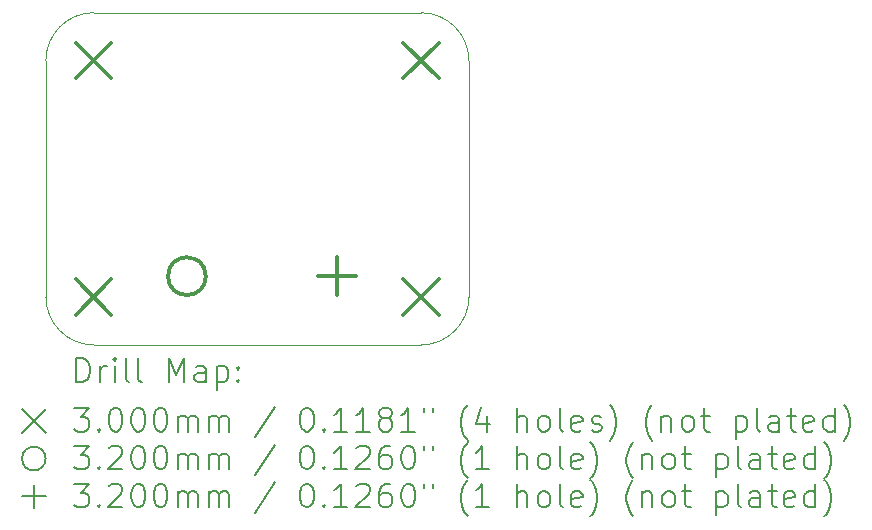
<source format=gbr>
%TF.GenerationSoftware,KiCad,Pcbnew,7.0.5*%
%TF.CreationDate,2023-06-28T23:37:25-05:00*%
%TF.ProjectId,JoystickBoard,4a6f7973-7469-4636-9b42-6f6172642e6b,rev?*%
%TF.SameCoordinates,Original*%
%TF.FileFunction,Drillmap*%
%TF.FilePolarity,Positive*%
%FSLAX45Y45*%
G04 Gerber Fmt 4.5, Leading zero omitted, Abs format (unit mm)*
G04 Created by KiCad (PCBNEW 7.0.5) date 2023-06-28 23:37:25*
%MOMM*%
%LPD*%
G01*
G04 APERTURE LIST*
%ADD10C,0.050000*%
%ADD11C,0.200000*%
%ADD12C,0.300000*%
%ADD13C,0.320000*%
G04 APERTURE END LIST*
D10*
X13258800Y-11068050D02*
G75*
G03*
X13665200Y-11474450I406400J0D01*
G01*
X16840200Y-9067800D02*
X16840200Y-11068050D01*
X13258800Y-11068050D02*
X13258800Y-9067800D01*
X16433800Y-11474450D02*
X13665200Y-11474450D01*
X13665200Y-8661400D02*
G75*
G03*
X13258800Y-9067800I0J-406400D01*
G01*
X16433800Y-8661400D02*
X13665200Y-8661400D01*
X16840200Y-9067800D02*
G75*
G03*
X16433800Y-8661400I-406400J0D01*
G01*
X16433800Y-11474450D02*
G75*
G03*
X16840200Y-11068050I0J406400D01*
G01*
D11*
D12*
X13513800Y-8917800D02*
X13813800Y-9217800D01*
X13813800Y-8917800D02*
X13513800Y-9217800D01*
X13513800Y-10917800D02*
X13813800Y-11217800D01*
X13813800Y-10917800D02*
X13513800Y-11217800D01*
X16283800Y-8917800D02*
X16583800Y-9217800D01*
X16583800Y-8917800D02*
X16283800Y-9217800D01*
X16283800Y-10917800D02*
X16583800Y-11217800D01*
X16583800Y-10917800D02*
X16283800Y-11217800D01*
D13*
X14612908Y-10892282D02*
G75*
G03*
X14612908Y-10892282I-160000J0D01*
G01*
X15722908Y-10732282D02*
X15722908Y-11052282D01*
X15562908Y-10892282D02*
X15882908Y-10892282D01*
D11*
X13517077Y-11788434D02*
X13517077Y-11588434D01*
X13517077Y-11588434D02*
X13564696Y-11588434D01*
X13564696Y-11588434D02*
X13593267Y-11597958D01*
X13593267Y-11597958D02*
X13612315Y-11617005D01*
X13612315Y-11617005D02*
X13621839Y-11636053D01*
X13621839Y-11636053D02*
X13631362Y-11674148D01*
X13631362Y-11674148D02*
X13631362Y-11702719D01*
X13631362Y-11702719D02*
X13621839Y-11740815D01*
X13621839Y-11740815D02*
X13612315Y-11759862D01*
X13612315Y-11759862D02*
X13593267Y-11778910D01*
X13593267Y-11778910D02*
X13564696Y-11788434D01*
X13564696Y-11788434D02*
X13517077Y-11788434D01*
X13717077Y-11788434D02*
X13717077Y-11655100D01*
X13717077Y-11693196D02*
X13726601Y-11674148D01*
X13726601Y-11674148D02*
X13736124Y-11664624D01*
X13736124Y-11664624D02*
X13755172Y-11655100D01*
X13755172Y-11655100D02*
X13774220Y-11655100D01*
X13840886Y-11788434D02*
X13840886Y-11655100D01*
X13840886Y-11588434D02*
X13831362Y-11597958D01*
X13831362Y-11597958D02*
X13840886Y-11607481D01*
X13840886Y-11607481D02*
X13850410Y-11597958D01*
X13850410Y-11597958D02*
X13840886Y-11588434D01*
X13840886Y-11588434D02*
X13840886Y-11607481D01*
X13964696Y-11788434D02*
X13945648Y-11778910D01*
X13945648Y-11778910D02*
X13936124Y-11759862D01*
X13936124Y-11759862D02*
X13936124Y-11588434D01*
X14069458Y-11788434D02*
X14050410Y-11778910D01*
X14050410Y-11778910D02*
X14040886Y-11759862D01*
X14040886Y-11759862D02*
X14040886Y-11588434D01*
X14298029Y-11788434D02*
X14298029Y-11588434D01*
X14298029Y-11588434D02*
X14364696Y-11731291D01*
X14364696Y-11731291D02*
X14431362Y-11588434D01*
X14431362Y-11588434D02*
X14431362Y-11788434D01*
X14612315Y-11788434D02*
X14612315Y-11683672D01*
X14612315Y-11683672D02*
X14602791Y-11664624D01*
X14602791Y-11664624D02*
X14583743Y-11655100D01*
X14583743Y-11655100D02*
X14545648Y-11655100D01*
X14545648Y-11655100D02*
X14526601Y-11664624D01*
X14612315Y-11778910D02*
X14593267Y-11788434D01*
X14593267Y-11788434D02*
X14545648Y-11788434D01*
X14545648Y-11788434D02*
X14526601Y-11778910D01*
X14526601Y-11778910D02*
X14517077Y-11759862D01*
X14517077Y-11759862D02*
X14517077Y-11740815D01*
X14517077Y-11740815D02*
X14526601Y-11721767D01*
X14526601Y-11721767D02*
X14545648Y-11712243D01*
X14545648Y-11712243D02*
X14593267Y-11712243D01*
X14593267Y-11712243D02*
X14612315Y-11702719D01*
X14707553Y-11655100D02*
X14707553Y-11855100D01*
X14707553Y-11664624D02*
X14726601Y-11655100D01*
X14726601Y-11655100D02*
X14764696Y-11655100D01*
X14764696Y-11655100D02*
X14783743Y-11664624D01*
X14783743Y-11664624D02*
X14793267Y-11674148D01*
X14793267Y-11674148D02*
X14802791Y-11693196D01*
X14802791Y-11693196D02*
X14802791Y-11750338D01*
X14802791Y-11750338D02*
X14793267Y-11769386D01*
X14793267Y-11769386D02*
X14783743Y-11778910D01*
X14783743Y-11778910D02*
X14764696Y-11788434D01*
X14764696Y-11788434D02*
X14726601Y-11788434D01*
X14726601Y-11788434D02*
X14707553Y-11778910D01*
X14888505Y-11769386D02*
X14898029Y-11778910D01*
X14898029Y-11778910D02*
X14888505Y-11788434D01*
X14888505Y-11788434D02*
X14878982Y-11778910D01*
X14878982Y-11778910D02*
X14888505Y-11769386D01*
X14888505Y-11769386D02*
X14888505Y-11788434D01*
X14888505Y-11664624D02*
X14898029Y-11674148D01*
X14898029Y-11674148D02*
X14888505Y-11683672D01*
X14888505Y-11683672D02*
X14878982Y-11674148D01*
X14878982Y-11674148D02*
X14888505Y-11664624D01*
X14888505Y-11664624D02*
X14888505Y-11683672D01*
X13056300Y-12016950D02*
X13256300Y-12216950D01*
X13256300Y-12016950D02*
X13056300Y-12216950D01*
X13498029Y-12008434D02*
X13621839Y-12008434D01*
X13621839Y-12008434D02*
X13555172Y-12084624D01*
X13555172Y-12084624D02*
X13583743Y-12084624D01*
X13583743Y-12084624D02*
X13602791Y-12094148D01*
X13602791Y-12094148D02*
X13612315Y-12103672D01*
X13612315Y-12103672D02*
X13621839Y-12122719D01*
X13621839Y-12122719D02*
X13621839Y-12170338D01*
X13621839Y-12170338D02*
X13612315Y-12189386D01*
X13612315Y-12189386D02*
X13602791Y-12198910D01*
X13602791Y-12198910D02*
X13583743Y-12208434D01*
X13583743Y-12208434D02*
X13526601Y-12208434D01*
X13526601Y-12208434D02*
X13507553Y-12198910D01*
X13507553Y-12198910D02*
X13498029Y-12189386D01*
X13707553Y-12189386D02*
X13717077Y-12198910D01*
X13717077Y-12198910D02*
X13707553Y-12208434D01*
X13707553Y-12208434D02*
X13698029Y-12198910D01*
X13698029Y-12198910D02*
X13707553Y-12189386D01*
X13707553Y-12189386D02*
X13707553Y-12208434D01*
X13840886Y-12008434D02*
X13859934Y-12008434D01*
X13859934Y-12008434D02*
X13878982Y-12017958D01*
X13878982Y-12017958D02*
X13888505Y-12027481D01*
X13888505Y-12027481D02*
X13898029Y-12046529D01*
X13898029Y-12046529D02*
X13907553Y-12084624D01*
X13907553Y-12084624D02*
X13907553Y-12132243D01*
X13907553Y-12132243D02*
X13898029Y-12170338D01*
X13898029Y-12170338D02*
X13888505Y-12189386D01*
X13888505Y-12189386D02*
X13878982Y-12198910D01*
X13878982Y-12198910D02*
X13859934Y-12208434D01*
X13859934Y-12208434D02*
X13840886Y-12208434D01*
X13840886Y-12208434D02*
X13821839Y-12198910D01*
X13821839Y-12198910D02*
X13812315Y-12189386D01*
X13812315Y-12189386D02*
X13802791Y-12170338D01*
X13802791Y-12170338D02*
X13793267Y-12132243D01*
X13793267Y-12132243D02*
X13793267Y-12084624D01*
X13793267Y-12084624D02*
X13802791Y-12046529D01*
X13802791Y-12046529D02*
X13812315Y-12027481D01*
X13812315Y-12027481D02*
X13821839Y-12017958D01*
X13821839Y-12017958D02*
X13840886Y-12008434D01*
X14031362Y-12008434D02*
X14050410Y-12008434D01*
X14050410Y-12008434D02*
X14069458Y-12017958D01*
X14069458Y-12017958D02*
X14078982Y-12027481D01*
X14078982Y-12027481D02*
X14088505Y-12046529D01*
X14088505Y-12046529D02*
X14098029Y-12084624D01*
X14098029Y-12084624D02*
X14098029Y-12132243D01*
X14098029Y-12132243D02*
X14088505Y-12170338D01*
X14088505Y-12170338D02*
X14078982Y-12189386D01*
X14078982Y-12189386D02*
X14069458Y-12198910D01*
X14069458Y-12198910D02*
X14050410Y-12208434D01*
X14050410Y-12208434D02*
X14031362Y-12208434D01*
X14031362Y-12208434D02*
X14012315Y-12198910D01*
X14012315Y-12198910D02*
X14002791Y-12189386D01*
X14002791Y-12189386D02*
X13993267Y-12170338D01*
X13993267Y-12170338D02*
X13983743Y-12132243D01*
X13983743Y-12132243D02*
X13983743Y-12084624D01*
X13983743Y-12084624D02*
X13993267Y-12046529D01*
X13993267Y-12046529D02*
X14002791Y-12027481D01*
X14002791Y-12027481D02*
X14012315Y-12017958D01*
X14012315Y-12017958D02*
X14031362Y-12008434D01*
X14221839Y-12008434D02*
X14240886Y-12008434D01*
X14240886Y-12008434D02*
X14259934Y-12017958D01*
X14259934Y-12017958D02*
X14269458Y-12027481D01*
X14269458Y-12027481D02*
X14278982Y-12046529D01*
X14278982Y-12046529D02*
X14288505Y-12084624D01*
X14288505Y-12084624D02*
X14288505Y-12132243D01*
X14288505Y-12132243D02*
X14278982Y-12170338D01*
X14278982Y-12170338D02*
X14269458Y-12189386D01*
X14269458Y-12189386D02*
X14259934Y-12198910D01*
X14259934Y-12198910D02*
X14240886Y-12208434D01*
X14240886Y-12208434D02*
X14221839Y-12208434D01*
X14221839Y-12208434D02*
X14202791Y-12198910D01*
X14202791Y-12198910D02*
X14193267Y-12189386D01*
X14193267Y-12189386D02*
X14183743Y-12170338D01*
X14183743Y-12170338D02*
X14174220Y-12132243D01*
X14174220Y-12132243D02*
X14174220Y-12084624D01*
X14174220Y-12084624D02*
X14183743Y-12046529D01*
X14183743Y-12046529D02*
X14193267Y-12027481D01*
X14193267Y-12027481D02*
X14202791Y-12017958D01*
X14202791Y-12017958D02*
X14221839Y-12008434D01*
X14374220Y-12208434D02*
X14374220Y-12075100D01*
X14374220Y-12094148D02*
X14383743Y-12084624D01*
X14383743Y-12084624D02*
X14402791Y-12075100D01*
X14402791Y-12075100D02*
X14431363Y-12075100D01*
X14431363Y-12075100D02*
X14450410Y-12084624D01*
X14450410Y-12084624D02*
X14459934Y-12103672D01*
X14459934Y-12103672D02*
X14459934Y-12208434D01*
X14459934Y-12103672D02*
X14469458Y-12084624D01*
X14469458Y-12084624D02*
X14488505Y-12075100D01*
X14488505Y-12075100D02*
X14517077Y-12075100D01*
X14517077Y-12075100D02*
X14536124Y-12084624D01*
X14536124Y-12084624D02*
X14545648Y-12103672D01*
X14545648Y-12103672D02*
X14545648Y-12208434D01*
X14640886Y-12208434D02*
X14640886Y-12075100D01*
X14640886Y-12094148D02*
X14650410Y-12084624D01*
X14650410Y-12084624D02*
X14669458Y-12075100D01*
X14669458Y-12075100D02*
X14698029Y-12075100D01*
X14698029Y-12075100D02*
X14717077Y-12084624D01*
X14717077Y-12084624D02*
X14726601Y-12103672D01*
X14726601Y-12103672D02*
X14726601Y-12208434D01*
X14726601Y-12103672D02*
X14736124Y-12084624D01*
X14736124Y-12084624D02*
X14755172Y-12075100D01*
X14755172Y-12075100D02*
X14783743Y-12075100D01*
X14783743Y-12075100D02*
X14802791Y-12084624D01*
X14802791Y-12084624D02*
X14812315Y-12103672D01*
X14812315Y-12103672D02*
X14812315Y-12208434D01*
X15202791Y-11998910D02*
X15031363Y-12256053D01*
X15459934Y-12008434D02*
X15478982Y-12008434D01*
X15478982Y-12008434D02*
X15498029Y-12017958D01*
X15498029Y-12017958D02*
X15507553Y-12027481D01*
X15507553Y-12027481D02*
X15517077Y-12046529D01*
X15517077Y-12046529D02*
X15526601Y-12084624D01*
X15526601Y-12084624D02*
X15526601Y-12132243D01*
X15526601Y-12132243D02*
X15517077Y-12170338D01*
X15517077Y-12170338D02*
X15507553Y-12189386D01*
X15507553Y-12189386D02*
X15498029Y-12198910D01*
X15498029Y-12198910D02*
X15478982Y-12208434D01*
X15478982Y-12208434D02*
X15459934Y-12208434D01*
X15459934Y-12208434D02*
X15440886Y-12198910D01*
X15440886Y-12198910D02*
X15431363Y-12189386D01*
X15431363Y-12189386D02*
X15421839Y-12170338D01*
X15421839Y-12170338D02*
X15412315Y-12132243D01*
X15412315Y-12132243D02*
X15412315Y-12084624D01*
X15412315Y-12084624D02*
X15421839Y-12046529D01*
X15421839Y-12046529D02*
X15431363Y-12027481D01*
X15431363Y-12027481D02*
X15440886Y-12017958D01*
X15440886Y-12017958D02*
X15459934Y-12008434D01*
X15612315Y-12189386D02*
X15621839Y-12198910D01*
X15621839Y-12198910D02*
X15612315Y-12208434D01*
X15612315Y-12208434D02*
X15602791Y-12198910D01*
X15602791Y-12198910D02*
X15612315Y-12189386D01*
X15612315Y-12189386D02*
X15612315Y-12208434D01*
X15812315Y-12208434D02*
X15698029Y-12208434D01*
X15755172Y-12208434D02*
X15755172Y-12008434D01*
X15755172Y-12008434D02*
X15736125Y-12037005D01*
X15736125Y-12037005D02*
X15717077Y-12056053D01*
X15717077Y-12056053D02*
X15698029Y-12065577D01*
X16002791Y-12208434D02*
X15888506Y-12208434D01*
X15945648Y-12208434D02*
X15945648Y-12008434D01*
X15945648Y-12008434D02*
X15926601Y-12037005D01*
X15926601Y-12037005D02*
X15907553Y-12056053D01*
X15907553Y-12056053D02*
X15888506Y-12065577D01*
X16117077Y-12094148D02*
X16098029Y-12084624D01*
X16098029Y-12084624D02*
X16088506Y-12075100D01*
X16088506Y-12075100D02*
X16078982Y-12056053D01*
X16078982Y-12056053D02*
X16078982Y-12046529D01*
X16078982Y-12046529D02*
X16088506Y-12027481D01*
X16088506Y-12027481D02*
X16098029Y-12017958D01*
X16098029Y-12017958D02*
X16117077Y-12008434D01*
X16117077Y-12008434D02*
X16155172Y-12008434D01*
X16155172Y-12008434D02*
X16174220Y-12017958D01*
X16174220Y-12017958D02*
X16183744Y-12027481D01*
X16183744Y-12027481D02*
X16193267Y-12046529D01*
X16193267Y-12046529D02*
X16193267Y-12056053D01*
X16193267Y-12056053D02*
X16183744Y-12075100D01*
X16183744Y-12075100D02*
X16174220Y-12084624D01*
X16174220Y-12084624D02*
X16155172Y-12094148D01*
X16155172Y-12094148D02*
X16117077Y-12094148D01*
X16117077Y-12094148D02*
X16098029Y-12103672D01*
X16098029Y-12103672D02*
X16088506Y-12113196D01*
X16088506Y-12113196D02*
X16078982Y-12132243D01*
X16078982Y-12132243D02*
X16078982Y-12170338D01*
X16078982Y-12170338D02*
X16088506Y-12189386D01*
X16088506Y-12189386D02*
X16098029Y-12198910D01*
X16098029Y-12198910D02*
X16117077Y-12208434D01*
X16117077Y-12208434D02*
X16155172Y-12208434D01*
X16155172Y-12208434D02*
X16174220Y-12198910D01*
X16174220Y-12198910D02*
X16183744Y-12189386D01*
X16183744Y-12189386D02*
X16193267Y-12170338D01*
X16193267Y-12170338D02*
X16193267Y-12132243D01*
X16193267Y-12132243D02*
X16183744Y-12113196D01*
X16183744Y-12113196D02*
X16174220Y-12103672D01*
X16174220Y-12103672D02*
X16155172Y-12094148D01*
X16383744Y-12208434D02*
X16269458Y-12208434D01*
X16326601Y-12208434D02*
X16326601Y-12008434D01*
X16326601Y-12008434D02*
X16307553Y-12037005D01*
X16307553Y-12037005D02*
X16288506Y-12056053D01*
X16288506Y-12056053D02*
X16269458Y-12065577D01*
X16459934Y-12008434D02*
X16459934Y-12046529D01*
X16536125Y-12008434D02*
X16536125Y-12046529D01*
X16831363Y-12284624D02*
X16821839Y-12275100D01*
X16821839Y-12275100D02*
X16802791Y-12246529D01*
X16802791Y-12246529D02*
X16793268Y-12227481D01*
X16793268Y-12227481D02*
X16783744Y-12198910D01*
X16783744Y-12198910D02*
X16774220Y-12151291D01*
X16774220Y-12151291D02*
X16774220Y-12113196D01*
X16774220Y-12113196D02*
X16783744Y-12065577D01*
X16783744Y-12065577D02*
X16793268Y-12037005D01*
X16793268Y-12037005D02*
X16802791Y-12017958D01*
X16802791Y-12017958D02*
X16821839Y-11989386D01*
X16821839Y-11989386D02*
X16831363Y-11979862D01*
X16993268Y-12075100D02*
X16993268Y-12208434D01*
X16945649Y-11998910D02*
X16898030Y-12141767D01*
X16898030Y-12141767D02*
X17021839Y-12141767D01*
X17250411Y-12208434D02*
X17250411Y-12008434D01*
X17336125Y-12208434D02*
X17336125Y-12103672D01*
X17336125Y-12103672D02*
X17326601Y-12084624D01*
X17326601Y-12084624D02*
X17307553Y-12075100D01*
X17307553Y-12075100D02*
X17278982Y-12075100D01*
X17278982Y-12075100D02*
X17259934Y-12084624D01*
X17259934Y-12084624D02*
X17250411Y-12094148D01*
X17459934Y-12208434D02*
X17440887Y-12198910D01*
X17440887Y-12198910D02*
X17431363Y-12189386D01*
X17431363Y-12189386D02*
X17421839Y-12170338D01*
X17421839Y-12170338D02*
X17421839Y-12113196D01*
X17421839Y-12113196D02*
X17431363Y-12094148D01*
X17431363Y-12094148D02*
X17440887Y-12084624D01*
X17440887Y-12084624D02*
X17459934Y-12075100D01*
X17459934Y-12075100D02*
X17488506Y-12075100D01*
X17488506Y-12075100D02*
X17507553Y-12084624D01*
X17507553Y-12084624D02*
X17517077Y-12094148D01*
X17517077Y-12094148D02*
X17526601Y-12113196D01*
X17526601Y-12113196D02*
X17526601Y-12170338D01*
X17526601Y-12170338D02*
X17517077Y-12189386D01*
X17517077Y-12189386D02*
X17507553Y-12198910D01*
X17507553Y-12198910D02*
X17488506Y-12208434D01*
X17488506Y-12208434D02*
X17459934Y-12208434D01*
X17640887Y-12208434D02*
X17621839Y-12198910D01*
X17621839Y-12198910D02*
X17612315Y-12179862D01*
X17612315Y-12179862D02*
X17612315Y-12008434D01*
X17793268Y-12198910D02*
X17774220Y-12208434D01*
X17774220Y-12208434D02*
X17736125Y-12208434D01*
X17736125Y-12208434D02*
X17717077Y-12198910D01*
X17717077Y-12198910D02*
X17707553Y-12179862D01*
X17707553Y-12179862D02*
X17707553Y-12103672D01*
X17707553Y-12103672D02*
X17717077Y-12084624D01*
X17717077Y-12084624D02*
X17736125Y-12075100D01*
X17736125Y-12075100D02*
X17774220Y-12075100D01*
X17774220Y-12075100D02*
X17793268Y-12084624D01*
X17793268Y-12084624D02*
X17802792Y-12103672D01*
X17802792Y-12103672D02*
X17802792Y-12122719D01*
X17802792Y-12122719D02*
X17707553Y-12141767D01*
X17878982Y-12198910D02*
X17898030Y-12208434D01*
X17898030Y-12208434D02*
X17936125Y-12208434D01*
X17936125Y-12208434D02*
X17955173Y-12198910D01*
X17955173Y-12198910D02*
X17964696Y-12179862D01*
X17964696Y-12179862D02*
X17964696Y-12170338D01*
X17964696Y-12170338D02*
X17955173Y-12151291D01*
X17955173Y-12151291D02*
X17936125Y-12141767D01*
X17936125Y-12141767D02*
X17907553Y-12141767D01*
X17907553Y-12141767D02*
X17888506Y-12132243D01*
X17888506Y-12132243D02*
X17878982Y-12113196D01*
X17878982Y-12113196D02*
X17878982Y-12103672D01*
X17878982Y-12103672D02*
X17888506Y-12084624D01*
X17888506Y-12084624D02*
X17907553Y-12075100D01*
X17907553Y-12075100D02*
X17936125Y-12075100D01*
X17936125Y-12075100D02*
X17955173Y-12084624D01*
X18031363Y-12284624D02*
X18040887Y-12275100D01*
X18040887Y-12275100D02*
X18059934Y-12246529D01*
X18059934Y-12246529D02*
X18069458Y-12227481D01*
X18069458Y-12227481D02*
X18078982Y-12198910D01*
X18078982Y-12198910D02*
X18088506Y-12151291D01*
X18088506Y-12151291D02*
X18088506Y-12113196D01*
X18088506Y-12113196D02*
X18078982Y-12065577D01*
X18078982Y-12065577D02*
X18069458Y-12037005D01*
X18069458Y-12037005D02*
X18059934Y-12017958D01*
X18059934Y-12017958D02*
X18040887Y-11989386D01*
X18040887Y-11989386D02*
X18031363Y-11979862D01*
X18393268Y-12284624D02*
X18383744Y-12275100D01*
X18383744Y-12275100D02*
X18364696Y-12246529D01*
X18364696Y-12246529D02*
X18355173Y-12227481D01*
X18355173Y-12227481D02*
X18345649Y-12198910D01*
X18345649Y-12198910D02*
X18336125Y-12151291D01*
X18336125Y-12151291D02*
X18336125Y-12113196D01*
X18336125Y-12113196D02*
X18345649Y-12065577D01*
X18345649Y-12065577D02*
X18355173Y-12037005D01*
X18355173Y-12037005D02*
X18364696Y-12017958D01*
X18364696Y-12017958D02*
X18383744Y-11989386D01*
X18383744Y-11989386D02*
X18393268Y-11979862D01*
X18469458Y-12075100D02*
X18469458Y-12208434D01*
X18469458Y-12094148D02*
X18478982Y-12084624D01*
X18478982Y-12084624D02*
X18498030Y-12075100D01*
X18498030Y-12075100D02*
X18526601Y-12075100D01*
X18526601Y-12075100D02*
X18545649Y-12084624D01*
X18545649Y-12084624D02*
X18555173Y-12103672D01*
X18555173Y-12103672D02*
X18555173Y-12208434D01*
X18678982Y-12208434D02*
X18659934Y-12198910D01*
X18659934Y-12198910D02*
X18650411Y-12189386D01*
X18650411Y-12189386D02*
X18640887Y-12170338D01*
X18640887Y-12170338D02*
X18640887Y-12113196D01*
X18640887Y-12113196D02*
X18650411Y-12094148D01*
X18650411Y-12094148D02*
X18659934Y-12084624D01*
X18659934Y-12084624D02*
X18678982Y-12075100D01*
X18678982Y-12075100D02*
X18707554Y-12075100D01*
X18707554Y-12075100D02*
X18726601Y-12084624D01*
X18726601Y-12084624D02*
X18736125Y-12094148D01*
X18736125Y-12094148D02*
X18745649Y-12113196D01*
X18745649Y-12113196D02*
X18745649Y-12170338D01*
X18745649Y-12170338D02*
X18736125Y-12189386D01*
X18736125Y-12189386D02*
X18726601Y-12198910D01*
X18726601Y-12198910D02*
X18707554Y-12208434D01*
X18707554Y-12208434D02*
X18678982Y-12208434D01*
X18802792Y-12075100D02*
X18878982Y-12075100D01*
X18831363Y-12008434D02*
X18831363Y-12179862D01*
X18831363Y-12179862D02*
X18840887Y-12198910D01*
X18840887Y-12198910D02*
X18859934Y-12208434D01*
X18859934Y-12208434D02*
X18878982Y-12208434D01*
X19098030Y-12075100D02*
X19098030Y-12275100D01*
X19098030Y-12084624D02*
X19117077Y-12075100D01*
X19117077Y-12075100D02*
X19155173Y-12075100D01*
X19155173Y-12075100D02*
X19174220Y-12084624D01*
X19174220Y-12084624D02*
X19183744Y-12094148D01*
X19183744Y-12094148D02*
X19193268Y-12113196D01*
X19193268Y-12113196D02*
X19193268Y-12170338D01*
X19193268Y-12170338D02*
X19183744Y-12189386D01*
X19183744Y-12189386D02*
X19174220Y-12198910D01*
X19174220Y-12198910D02*
X19155173Y-12208434D01*
X19155173Y-12208434D02*
X19117077Y-12208434D01*
X19117077Y-12208434D02*
X19098030Y-12198910D01*
X19307554Y-12208434D02*
X19288506Y-12198910D01*
X19288506Y-12198910D02*
X19278982Y-12179862D01*
X19278982Y-12179862D02*
X19278982Y-12008434D01*
X19469458Y-12208434D02*
X19469458Y-12103672D01*
X19469458Y-12103672D02*
X19459935Y-12084624D01*
X19459935Y-12084624D02*
X19440887Y-12075100D01*
X19440887Y-12075100D02*
X19402792Y-12075100D01*
X19402792Y-12075100D02*
X19383744Y-12084624D01*
X19469458Y-12198910D02*
X19450411Y-12208434D01*
X19450411Y-12208434D02*
X19402792Y-12208434D01*
X19402792Y-12208434D02*
X19383744Y-12198910D01*
X19383744Y-12198910D02*
X19374220Y-12179862D01*
X19374220Y-12179862D02*
X19374220Y-12160815D01*
X19374220Y-12160815D02*
X19383744Y-12141767D01*
X19383744Y-12141767D02*
X19402792Y-12132243D01*
X19402792Y-12132243D02*
X19450411Y-12132243D01*
X19450411Y-12132243D02*
X19469458Y-12122719D01*
X19536125Y-12075100D02*
X19612315Y-12075100D01*
X19564696Y-12008434D02*
X19564696Y-12179862D01*
X19564696Y-12179862D02*
X19574220Y-12198910D01*
X19574220Y-12198910D02*
X19593268Y-12208434D01*
X19593268Y-12208434D02*
X19612315Y-12208434D01*
X19755173Y-12198910D02*
X19736125Y-12208434D01*
X19736125Y-12208434D02*
X19698030Y-12208434D01*
X19698030Y-12208434D02*
X19678982Y-12198910D01*
X19678982Y-12198910D02*
X19669458Y-12179862D01*
X19669458Y-12179862D02*
X19669458Y-12103672D01*
X19669458Y-12103672D02*
X19678982Y-12084624D01*
X19678982Y-12084624D02*
X19698030Y-12075100D01*
X19698030Y-12075100D02*
X19736125Y-12075100D01*
X19736125Y-12075100D02*
X19755173Y-12084624D01*
X19755173Y-12084624D02*
X19764696Y-12103672D01*
X19764696Y-12103672D02*
X19764696Y-12122719D01*
X19764696Y-12122719D02*
X19669458Y-12141767D01*
X19936125Y-12208434D02*
X19936125Y-12008434D01*
X19936125Y-12198910D02*
X19917077Y-12208434D01*
X19917077Y-12208434D02*
X19878982Y-12208434D01*
X19878982Y-12208434D02*
X19859935Y-12198910D01*
X19859935Y-12198910D02*
X19850411Y-12189386D01*
X19850411Y-12189386D02*
X19840887Y-12170338D01*
X19840887Y-12170338D02*
X19840887Y-12113196D01*
X19840887Y-12113196D02*
X19850411Y-12094148D01*
X19850411Y-12094148D02*
X19859935Y-12084624D01*
X19859935Y-12084624D02*
X19878982Y-12075100D01*
X19878982Y-12075100D02*
X19917077Y-12075100D01*
X19917077Y-12075100D02*
X19936125Y-12084624D01*
X20012316Y-12284624D02*
X20021839Y-12275100D01*
X20021839Y-12275100D02*
X20040887Y-12246529D01*
X20040887Y-12246529D02*
X20050411Y-12227481D01*
X20050411Y-12227481D02*
X20059935Y-12198910D01*
X20059935Y-12198910D02*
X20069458Y-12151291D01*
X20069458Y-12151291D02*
X20069458Y-12113196D01*
X20069458Y-12113196D02*
X20059935Y-12065577D01*
X20059935Y-12065577D02*
X20050411Y-12037005D01*
X20050411Y-12037005D02*
X20040887Y-12017958D01*
X20040887Y-12017958D02*
X20021839Y-11989386D01*
X20021839Y-11989386D02*
X20012316Y-11979862D01*
X13256300Y-12436950D02*
G75*
G03*
X13256300Y-12436950I-100000J0D01*
G01*
X13498029Y-12328434D02*
X13621839Y-12328434D01*
X13621839Y-12328434D02*
X13555172Y-12404624D01*
X13555172Y-12404624D02*
X13583743Y-12404624D01*
X13583743Y-12404624D02*
X13602791Y-12414148D01*
X13602791Y-12414148D02*
X13612315Y-12423672D01*
X13612315Y-12423672D02*
X13621839Y-12442719D01*
X13621839Y-12442719D02*
X13621839Y-12490338D01*
X13621839Y-12490338D02*
X13612315Y-12509386D01*
X13612315Y-12509386D02*
X13602791Y-12518910D01*
X13602791Y-12518910D02*
X13583743Y-12528434D01*
X13583743Y-12528434D02*
X13526601Y-12528434D01*
X13526601Y-12528434D02*
X13507553Y-12518910D01*
X13507553Y-12518910D02*
X13498029Y-12509386D01*
X13707553Y-12509386D02*
X13717077Y-12518910D01*
X13717077Y-12518910D02*
X13707553Y-12528434D01*
X13707553Y-12528434D02*
X13698029Y-12518910D01*
X13698029Y-12518910D02*
X13707553Y-12509386D01*
X13707553Y-12509386D02*
X13707553Y-12528434D01*
X13793267Y-12347481D02*
X13802791Y-12337958D01*
X13802791Y-12337958D02*
X13821839Y-12328434D01*
X13821839Y-12328434D02*
X13869458Y-12328434D01*
X13869458Y-12328434D02*
X13888505Y-12337958D01*
X13888505Y-12337958D02*
X13898029Y-12347481D01*
X13898029Y-12347481D02*
X13907553Y-12366529D01*
X13907553Y-12366529D02*
X13907553Y-12385577D01*
X13907553Y-12385577D02*
X13898029Y-12414148D01*
X13898029Y-12414148D02*
X13783743Y-12528434D01*
X13783743Y-12528434D02*
X13907553Y-12528434D01*
X14031362Y-12328434D02*
X14050410Y-12328434D01*
X14050410Y-12328434D02*
X14069458Y-12337958D01*
X14069458Y-12337958D02*
X14078982Y-12347481D01*
X14078982Y-12347481D02*
X14088505Y-12366529D01*
X14088505Y-12366529D02*
X14098029Y-12404624D01*
X14098029Y-12404624D02*
X14098029Y-12452243D01*
X14098029Y-12452243D02*
X14088505Y-12490338D01*
X14088505Y-12490338D02*
X14078982Y-12509386D01*
X14078982Y-12509386D02*
X14069458Y-12518910D01*
X14069458Y-12518910D02*
X14050410Y-12528434D01*
X14050410Y-12528434D02*
X14031362Y-12528434D01*
X14031362Y-12528434D02*
X14012315Y-12518910D01*
X14012315Y-12518910D02*
X14002791Y-12509386D01*
X14002791Y-12509386D02*
X13993267Y-12490338D01*
X13993267Y-12490338D02*
X13983743Y-12452243D01*
X13983743Y-12452243D02*
X13983743Y-12404624D01*
X13983743Y-12404624D02*
X13993267Y-12366529D01*
X13993267Y-12366529D02*
X14002791Y-12347481D01*
X14002791Y-12347481D02*
X14012315Y-12337958D01*
X14012315Y-12337958D02*
X14031362Y-12328434D01*
X14221839Y-12328434D02*
X14240886Y-12328434D01*
X14240886Y-12328434D02*
X14259934Y-12337958D01*
X14259934Y-12337958D02*
X14269458Y-12347481D01*
X14269458Y-12347481D02*
X14278982Y-12366529D01*
X14278982Y-12366529D02*
X14288505Y-12404624D01*
X14288505Y-12404624D02*
X14288505Y-12452243D01*
X14288505Y-12452243D02*
X14278982Y-12490338D01*
X14278982Y-12490338D02*
X14269458Y-12509386D01*
X14269458Y-12509386D02*
X14259934Y-12518910D01*
X14259934Y-12518910D02*
X14240886Y-12528434D01*
X14240886Y-12528434D02*
X14221839Y-12528434D01*
X14221839Y-12528434D02*
X14202791Y-12518910D01*
X14202791Y-12518910D02*
X14193267Y-12509386D01*
X14193267Y-12509386D02*
X14183743Y-12490338D01*
X14183743Y-12490338D02*
X14174220Y-12452243D01*
X14174220Y-12452243D02*
X14174220Y-12404624D01*
X14174220Y-12404624D02*
X14183743Y-12366529D01*
X14183743Y-12366529D02*
X14193267Y-12347481D01*
X14193267Y-12347481D02*
X14202791Y-12337958D01*
X14202791Y-12337958D02*
X14221839Y-12328434D01*
X14374220Y-12528434D02*
X14374220Y-12395100D01*
X14374220Y-12414148D02*
X14383743Y-12404624D01*
X14383743Y-12404624D02*
X14402791Y-12395100D01*
X14402791Y-12395100D02*
X14431363Y-12395100D01*
X14431363Y-12395100D02*
X14450410Y-12404624D01*
X14450410Y-12404624D02*
X14459934Y-12423672D01*
X14459934Y-12423672D02*
X14459934Y-12528434D01*
X14459934Y-12423672D02*
X14469458Y-12404624D01*
X14469458Y-12404624D02*
X14488505Y-12395100D01*
X14488505Y-12395100D02*
X14517077Y-12395100D01*
X14517077Y-12395100D02*
X14536124Y-12404624D01*
X14536124Y-12404624D02*
X14545648Y-12423672D01*
X14545648Y-12423672D02*
X14545648Y-12528434D01*
X14640886Y-12528434D02*
X14640886Y-12395100D01*
X14640886Y-12414148D02*
X14650410Y-12404624D01*
X14650410Y-12404624D02*
X14669458Y-12395100D01*
X14669458Y-12395100D02*
X14698029Y-12395100D01*
X14698029Y-12395100D02*
X14717077Y-12404624D01*
X14717077Y-12404624D02*
X14726601Y-12423672D01*
X14726601Y-12423672D02*
X14726601Y-12528434D01*
X14726601Y-12423672D02*
X14736124Y-12404624D01*
X14736124Y-12404624D02*
X14755172Y-12395100D01*
X14755172Y-12395100D02*
X14783743Y-12395100D01*
X14783743Y-12395100D02*
X14802791Y-12404624D01*
X14802791Y-12404624D02*
X14812315Y-12423672D01*
X14812315Y-12423672D02*
X14812315Y-12528434D01*
X15202791Y-12318910D02*
X15031363Y-12576053D01*
X15459934Y-12328434D02*
X15478982Y-12328434D01*
X15478982Y-12328434D02*
X15498029Y-12337958D01*
X15498029Y-12337958D02*
X15507553Y-12347481D01*
X15507553Y-12347481D02*
X15517077Y-12366529D01*
X15517077Y-12366529D02*
X15526601Y-12404624D01*
X15526601Y-12404624D02*
X15526601Y-12452243D01*
X15526601Y-12452243D02*
X15517077Y-12490338D01*
X15517077Y-12490338D02*
X15507553Y-12509386D01*
X15507553Y-12509386D02*
X15498029Y-12518910D01*
X15498029Y-12518910D02*
X15478982Y-12528434D01*
X15478982Y-12528434D02*
X15459934Y-12528434D01*
X15459934Y-12528434D02*
X15440886Y-12518910D01*
X15440886Y-12518910D02*
X15431363Y-12509386D01*
X15431363Y-12509386D02*
X15421839Y-12490338D01*
X15421839Y-12490338D02*
X15412315Y-12452243D01*
X15412315Y-12452243D02*
X15412315Y-12404624D01*
X15412315Y-12404624D02*
X15421839Y-12366529D01*
X15421839Y-12366529D02*
X15431363Y-12347481D01*
X15431363Y-12347481D02*
X15440886Y-12337958D01*
X15440886Y-12337958D02*
X15459934Y-12328434D01*
X15612315Y-12509386D02*
X15621839Y-12518910D01*
X15621839Y-12518910D02*
X15612315Y-12528434D01*
X15612315Y-12528434D02*
X15602791Y-12518910D01*
X15602791Y-12518910D02*
X15612315Y-12509386D01*
X15612315Y-12509386D02*
X15612315Y-12528434D01*
X15812315Y-12528434D02*
X15698029Y-12528434D01*
X15755172Y-12528434D02*
X15755172Y-12328434D01*
X15755172Y-12328434D02*
X15736125Y-12357005D01*
X15736125Y-12357005D02*
X15717077Y-12376053D01*
X15717077Y-12376053D02*
X15698029Y-12385577D01*
X15888506Y-12347481D02*
X15898029Y-12337958D01*
X15898029Y-12337958D02*
X15917077Y-12328434D01*
X15917077Y-12328434D02*
X15964696Y-12328434D01*
X15964696Y-12328434D02*
X15983744Y-12337958D01*
X15983744Y-12337958D02*
X15993267Y-12347481D01*
X15993267Y-12347481D02*
X16002791Y-12366529D01*
X16002791Y-12366529D02*
X16002791Y-12385577D01*
X16002791Y-12385577D02*
X15993267Y-12414148D01*
X15993267Y-12414148D02*
X15878982Y-12528434D01*
X15878982Y-12528434D02*
X16002791Y-12528434D01*
X16174220Y-12328434D02*
X16136125Y-12328434D01*
X16136125Y-12328434D02*
X16117077Y-12337958D01*
X16117077Y-12337958D02*
X16107553Y-12347481D01*
X16107553Y-12347481D02*
X16088506Y-12376053D01*
X16088506Y-12376053D02*
X16078982Y-12414148D01*
X16078982Y-12414148D02*
X16078982Y-12490338D01*
X16078982Y-12490338D02*
X16088506Y-12509386D01*
X16088506Y-12509386D02*
X16098029Y-12518910D01*
X16098029Y-12518910D02*
X16117077Y-12528434D01*
X16117077Y-12528434D02*
X16155172Y-12528434D01*
X16155172Y-12528434D02*
X16174220Y-12518910D01*
X16174220Y-12518910D02*
X16183744Y-12509386D01*
X16183744Y-12509386D02*
X16193267Y-12490338D01*
X16193267Y-12490338D02*
X16193267Y-12442719D01*
X16193267Y-12442719D02*
X16183744Y-12423672D01*
X16183744Y-12423672D02*
X16174220Y-12414148D01*
X16174220Y-12414148D02*
X16155172Y-12404624D01*
X16155172Y-12404624D02*
X16117077Y-12404624D01*
X16117077Y-12404624D02*
X16098029Y-12414148D01*
X16098029Y-12414148D02*
X16088506Y-12423672D01*
X16088506Y-12423672D02*
X16078982Y-12442719D01*
X16317077Y-12328434D02*
X16336125Y-12328434D01*
X16336125Y-12328434D02*
X16355172Y-12337958D01*
X16355172Y-12337958D02*
X16364696Y-12347481D01*
X16364696Y-12347481D02*
X16374220Y-12366529D01*
X16374220Y-12366529D02*
X16383744Y-12404624D01*
X16383744Y-12404624D02*
X16383744Y-12452243D01*
X16383744Y-12452243D02*
X16374220Y-12490338D01*
X16374220Y-12490338D02*
X16364696Y-12509386D01*
X16364696Y-12509386D02*
X16355172Y-12518910D01*
X16355172Y-12518910D02*
X16336125Y-12528434D01*
X16336125Y-12528434D02*
X16317077Y-12528434D01*
X16317077Y-12528434D02*
X16298029Y-12518910D01*
X16298029Y-12518910D02*
X16288506Y-12509386D01*
X16288506Y-12509386D02*
X16278982Y-12490338D01*
X16278982Y-12490338D02*
X16269458Y-12452243D01*
X16269458Y-12452243D02*
X16269458Y-12404624D01*
X16269458Y-12404624D02*
X16278982Y-12366529D01*
X16278982Y-12366529D02*
X16288506Y-12347481D01*
X16288506Y-12347481D02*
X16298029Y-12337958D01*
X16298029Y-12337958D02*
X16317077Y-12328434D01*
X16459934Y-12328434D02*
X16459934Y-12366529D01*
X16536125Y-12328434D02*
X16536125Y-12366529D01*
X16831363Y-12604624D02*
X16821839Y-12595100D01*
X16821839Y-12595100D02*
X16802791Y-12566529D01*
X16802791Y-12566529D02*
X16793268Y-12547481D01*
X16793268Y-12547481D02*
X16783744Y-12518910D01*
X16783744Y-12518910D02*
X16774220Y-12471291D01*
X16774220Y-12471291D02*
X16774220Y-12433196D01*
X16774220Y-12433196D02*
X16783744Y-12385577D01*
X16783744Y-12385577D02*
X16793268Y-12357005D01*
X16793268Y-12357005D02*
X16802791Y-12337958D01*
X16802791Y-12337958D02*
X16821839Y-12309386D01*
X16821839Y-12309386D02*
X16831363Y-12299862D01*
X17012315Y-12528434D02*
X16898030Y-12528434D01*
X16955172Y-12528434D02*
X16955172Y-12328434D01*
X16955172Y-12328434D02*
X16936125Y-12357005D01*
X16936125Y-12357005D02*
X16917077Y-12376053D01*
X16917077Y-12376053D02*
X16898030Y-12385577D01*
X17250411Y-12528434D02*
X17250411Y-12328434D01*
X17336125Y-12528434D02*
X17336125Y-12423672D01*
X17336125Y-12423672D02*
X17326601Y-12404624D01*
X17326601Y-12404624D02*
X17307553Y-12395100D01*
X17307553Y-12395100D02*
X17278982Y-12395100D01*
X17278982Y-12395100D02*
X17259934Y-12404624D01*
X17259934Y-12404624D02*
X17250411Y-12414148D01*
X17459934Y-12528434D02*
X17440887Y-12518910D01*
X17440887Y-12518910D02*
X17431363Y-12509386D01*
X17431363Y-12509386D02*
X17421839Y-12490338D01*
X17421839Y-12490338D02*
X17421839Y-12433196D01*
X17421839Y-12433196D02*
X17431363Y-12414148D01*
X17431363Y-12414148D02*
X17440887Y-12404624D01*
X17440887Y-12404624D02*
X17459934Y-12395100D01*
X17459934Y-12395100D02*
X17488506Y-12395100D01*
X17488506Y-12395100D02*
X17507553Y-12404624D01*
X17507553Y-12404624D02*
X17517077Y-12414148D01*
X17517077Y-12414148D02*
X17526601Y-12433196D01*
X17526601Y-12433196D02*
X17526601Y-12490338D01*
X17526601Y-12490338D02*
X17517077Y-12509386D01*
X17517077Y-12509386D02*
X17507553Y-12518910D01*
X17507553Y-12518910D02*
X17488506Y-12528434D01*
X17488506Y-12528434D02*
X17459934Y-12528434D01*
X17640887Y-12528434D02*
X17621839Y-12518910D01*
X17621839Y-12518910D02*
X17612315Y-12499862D01*
X17612315Y-12499862D02*
X17612315Y-12328434D01*
X17793268Y-12518910D02*
X17774220Y-12528434D01*
X17774220Y-12528434D02*
X17736125Y-12528434D01*
X17736125Y-12528434D02*
X17717077Y-12518910D01*
X17717077Y-12518910D02*
X17707553Y-12499862D01*
X17707553Y-12499862D02*
X17707553Y-12423672D01*
X17707553Y-12423672D02*
X17717077Y-12404624D01*
X17717077Y-12404624D02*
X17736125Y-12395100D01*
X17736125Y-12395100D02*
X17774220Y-12395100D01*
X17774220Y-12395100D02*
X17793268Y-12404624D01*
X17793268Y-12404624D02*
X17802792Y-12423672D01*
X17802792Y-12423672D02*
X17802792Y-12442719D01*
X17802792Y-12442719D02*
X17707553Y-12461767D01*
X17869458Y-12604624D02*
X17878982Y-12595100D01*
X17878982Y-12595100D02*
X17898030Y-12566529D01*
X17898030Y-12566529D02*
X17907553Y-12547481D01*
X17907553Y-12547481D02*
X17917077Y-12518910D01*
X17917077Y-12518910D02*
X17926601Y-12471291D01*
X17926601Y-12471291D02*
X17926601Y-12433196D01*
X17926601Y-12433196D02*
X17917077Y-12385577D01*
X17917077Y-12385577D02*
X17907553Y-12357005D01*
X17907553Y-12357005D02*
X17898030Y-12337958D01*
X17898030Y-12337958D02*
X17878982Y-12309386D01*
X17878982Y-12309386D02*
X17869458Y-12299862D01*
X18231363Y-12604624D02*
X18221839Y-12595100D01*
X18221839Y-12595100D02*
X18202792Y-12566529D01*
X18202792Y-12566529D02*
X18193268Y-12547481D01*
X18193268Y-12547481D02*
X18183744Y-12518910D01*
X18183744Y-12518910D02*
X18174220Y-12471291D01*
X18174220Y-12471291D02*
X18174220Y-12433196D01*
X18174220Y-12433196D02*
X18183744Y-12385577D01*
X18183744Y-12385577D02*
X18193268Y-12357005D01*
X18193268Y-12357005D02*
X18202792Y-12337958D01*
X18202792Y-12337958D02*
X18221839Y-12309386D01*
X18221839Y-12309386D02*
X18231363Y-12299862D01*
X18307553Y-12395100D02*
X18307553Y-12528434D01*
X18307553Y-12414148D02*
X18317077Y-12404624D01*
X18317077Y-12404624D02*
X18336125Y-12395100D01*
X18336125Y-12395100D02*
X18364696Y-12395100D01*
X18364696Y-12395100D02*
X18383744Y-12404624D01*
X18383744Y-12404624D02*
X18393268Y-12423672D01*
X18393268Y-12423672D02*
X18393268Y-12528434D01*
X18517077Y-12528434D02*
X18498030Y-12518910D01*
X18498030Y-12518910D02*
X18488506Y-12509386D01*
X18488506Y-12509386D02*
X18478982Y-12490338D01*
X18478982Y-12490338D02*
X18478982Y-12433196D01*
X18478982Y-12433196D02*
X18488506Y-12414148D01*
X18488506Y-12414148D02*
X18498030Y-12404624D01*
X18498030Y-12404624D02*
X18517077Y-12395100D01*
X18517077Y-12395100D02*
X18545649Y-12395100D01*
X18545649Y-12395100D02*
X18564696Y-12404624D01*
X18564696Y-12404624D02*
X18574220Y-12414148D01*
X18574220Y-12414148D02*
X18583744Y-12433196D01*
X18583744Y-12433196D02*
X18583744Y-12490338D01*
X18583744Y-12490338D02*
X18574220Y-12509386D01*
X18574220Y-12509386D02*
X18564696Y-12518910D01*
X18564696Y-12518910D02*
X18545649Y-12528434D01*
X18545649Y-12528434D02*
X18517077Y-12528434D01*
X18640887Y-12395100D02*
X18717077Y-12395100D01*
X18669458Y-12328434D02*
X18669458Y-12499862D01*
X18669458Y-12499862D02*
X18678982Y-12518910D01*
X18678982Y-12518910D02*
X18698030Y-12528434D01*
X18698030Y-12528434D02*
X18717077Y-12528434D01*
X18936125Y-12395100D02*
X18936125Y-12595100D01*
X18936125Y-12404624D02*
X18955173Y-12395100D01*
X18955173Y-12395100D02*
X18993268Y-12395100D01*
X18993268Y-12395100D02*
X19012315Y-12404624D01*
X19012315Y-12404624D02*
X19021839Y-12414148D01*
X19021839Y-12414148D02*
X19031363Y-12433196D01*
X19031363Y-12433196D02*
X19031363Y-12490338D01*
X19031363Y-12490338D02*
X19021839Y-12509386D01*
X19021839Y-12509386D02*
X19012315Y-12518910D01*
X19012315Y-12518910D02*
X18993268Y-12528434D01*
X18993268Y-12528434D02*
X18955173Y-12528434D01*
X18955173Y-12528434D02*
X18936125Y-12518910D01*
X19145649Y-12528434D02*
X19126601Y-12518910D01*
X19126601Y-12518910D02*
X19117077Y-12499862D01*
X19117077Y-12499862D02*
X19117077Y-12328434D01*
X19307554Y-12528434D02*
X19307554Y-12423672D01*
X19307554Y-12423672D02*
X19298030Y-12404624D01*
X19298030Y-12404624D02*
X19278982Y-12395100D01*
X19278982Y-12395100D02*
X19240887Y-12395100D01*
X19240887Y-12395100D02*
X19221839Y-12404624D01*
X19307554Y-12518910D02*
X19288506Y-12528434D01*
X19288506Y-12528434D02*
X19240887Y-12528434D01*
X19240887Y-12528434D02*
X19221839Y-12518910D01*
X19221839Y-12518910D02*
X19212315Y-12499862D01*
X19212315Y-12499862D02*
X19212315Y-12480815D01*
X19212315Y-12480815D02*
X19221839Y-12461767D01*
X19221839Y-12461767D02*
X19240887Y-12452243D01*
X19240887Y-12452243D02*
X19288506Y-12452243D01*
X19288506Y-12452243D02*
X19307554Y-12442719D01*
X19374220Y-12395100D02*
X19450411Y-12395100D01*
X19402792Y-12328434D02*
X19402792Y-12499862D01*
X19402792Y-12499862D02*
X19412315Y-12518910D01*
X19412315Y-12518910D02*
X19431363Y-12528434D01*
X19431363Y-12528434D02*
X19450411Y-12528434D01*
X19593268Y-12518910D02*
X19574220Y-12528434D01*
X19574220Y-12528434D02*
X19536125Y-12528434D01*
X19536125Y-12528434D02*
X19517077Y-12518910D01*
X19517077Y-12518910D02*
X19507554Y-12499862D01*
X19507554Y-12499862D02*
X19507554Y-12423672D01*
X19507554Y-12423672D02*
X19517077Y-12404624D01*
X19517077Y-12404624D02*
X19536125Y-12395100D01*
X19536125Y-12395100D02*
X19574220Y-12395100D01*
X19574220Y-12395100D02*
X19593268Y-12404624D01*
X19593268Y-12404624D02*
X19602792Y-12423672D01*
X19602792Y-12423672D02*
X19602792Y-12442719D01*
X19602792Y-12442719D02*
X19507554Y-12461767D01*
X19774220Y-12528434D02*
X19774220Y-12328434D01*
X19774220Y-12518910D02*
X19755173Y-12528434D01*
X19755173Y-12528434D02*
X19717077Y-12528434D01*
X19717077Y-12528434D02*
X19698030Y-12518910D01*
X19698030Y-12518910D02*
X19688506Y-12509386D01*
X19688506Y-12509386D02*
X19678982Y-12490338D01*
X19678982Y-12490338D02*
X19678982Y-12433196D01*
X19678982Y-12433196D02*
X19688506Y-12414148D01*
X19688506Y-12414148D02*
X19698030Y-12404624D01*
X19698030Y-12404624D02*
X19717077Y-12395100D01*
X19717077Y-12395100D02*
X19755173Y-12395100D01*
X19755173Y-12395100D02*
X19774220Y-12404624D01*
X19850411Y-12604624D02*
X19859935Y-12595100D01*
X19859935Y-12595100D02*
X19878982Y-12566529D01*
X19878982Y-12566529D02*
X19888506Y-12547481D01*
X19888506Y-12547481D02*
X19898030Y-12518910D01*
X19898030Y-12518910D02*
X19907554Y-12471291D01*
X19907554Y-12471291D02*
X19907554Y-12433196D01*
X19907554Y-12433196D02*
X19898030Y-12385577D01*
X19898030Y-12385577D02*
X19888506Y-12357005D01*
X19888506Y-12357005D02*
X19878982Y-12337958D01*
X19878982Y-12337958D02*
X19859935Y-12309386D01*
X19859935Y-12309386D02*
X19850411Y-12299862D01*
X13156300Y-12656950D02*
X13156300Y-12856950D01*
X13056300Y-12756950D02*
X13256300Y-12756950D01*
X13498029Y-12648434D02*
X13621839Y-12648434D01*
X13621839Y-12648434D02*
X13555172Y-12724624D01*
X13555172Y-12724624D02*
X13583743Y-12724624D01*
X13583743Y-12724624D02*
X13602791Y-12734148D01*
X13602791Y-12734148D02*
X13612315Y-12743672D01*
X13612315Y-12743672D02*
X13621839Y-12762719D01*
X13621839Y-12762719D02*
X13621839Y-12810338D01*
X13621839Y-12810338D02*
X13612315Y-12829386D01*
X13612315Y-12829386D02*
X13602791Y-12838910D01*
X13602791Y-12838910D02*
X13583743Y-12848434D01*
X13583743Y-12848434D02*
X13526601Y-12848434D01*
X13526601Y-12848434D02*
X13507553Y-12838910D01*
X13507553Y-12838910D02*
X13498029Y-12829386D01*
X13707553Y-12829386D02*
X13717077Y-12838910D01*
X13717077Y-12838910D02*
X13707553Y-12848434D01*
X13707553Y-12848434D02*
X13698029Y-12838910D01*
X13698029Y-12838910D02*
X13707553Y-12829386D01*
X13707553Y-12829386D02*
X13707553Y-12848434D01*
X13793267Y-12667481D02*
X13802791Y-12657958D01*
X13802791Y-12657958D02*
X13821839Y-12648434D01*
X13821839Y-12648434D02*
X13869458Y-12648434D01*
X13869458Y-12648434D02*
X13888505Y-12657958D01*
X13888505Y-12657958D02*
X13898029Y-12667481D01*
X13898029Y-12667481D02*
X13907553Y-12686529D01*
X13907553Y-12686529D02*
X13907553Y-12705577D01*
X13907553Y-12705577D02*
X13898029Y-12734148D01*
X13898029Y-12734148D02*
X13783743Y-12848434D01*
X13783743Y-12848434D02*
X13907553Y-12848434D01*
X14031362Y-12648434D02*
X14050410Y-12648434D01*
X14050410Y-12648434D02*
X14069458Y-12657958D01*
X14069458Y-12657958D02*
X14078982Y-12667481D01*
X14078982Y-12667481D02*
X14088505Y-12686529D01*
X14088505Y-12686529D02*
X14098029Y-12724624D01*
X14098029Y-12724624D02*
X14098029Y-12772243D01*
X14098029Y-12772243D02*
X14088505Y-12810338D01*
X14088505Y-12810338D02*
X14078982Y-12829386D01*
X14078982Y-12829386D02*
X14069458Y-12838910D01*
X14069458Y-12838910D02*
X14050410Y-12848434D01*
X14050410Y-12848434D02*
X14031362Y-12848434D01*
X14031362Y-12848434D02*
X14012315Y-12838910D01*
X14012315Y-12838910D02*
X14002791Y-12829386D01*
X14002791Y-12829386D02*
X13993267Y-12810338D01*
X13993267Y-12810338D02*
X13983743Y-12772243D01*
X13983743Y-12772243D02*
X13983743Y-12724624D01*
X13983743Y-12724624D02*
X13993267Y-12686529D01*
X13993267Y-12686529D02*
X14002791Y-12667481D01*
X14002791Y-12667481D02*
X14012315Y-12657958D01*
X14012315Y-12657958D02*
X14031362Y-12648434D01*
X14221839Y-12648434D02*
X14240886Y-12648434D01*
X14240886Y-12648434D02*
X14259934Y-12657958D01*
X14259934Y-12657958D02*
X14269458Y-12667481D01*
X14269458Y-12667481D02*
X14278982Y-12686529D01*
X14278982Y-12686529D02*
X14288505Y-12724624D01*
X14288505Y-12724624D02*
X14288505Y-12772243D01*
X14288505Y-12772243D02*
X14278982Y-12810338D01*
X14278982Y-12810338D02*
X14269458Y-12829386D01*
X14269458Y-12829386D02*
X14259934Y-12838910D01*
X14259934Y-12838910D02*
X14240886Y-12848434D01*
X14240886Y-12848434D02*
X14221839Y-12848434D01*
X14221839Y-12848434D02*
X14202791Y-12838910D01*
X14202791Y-12838910D02*
X14193267Y-12829386D01*
X14193267Y-12829386D02*
X14183743Y-12810338D01*
X14183743Y-12810338D02*
X14174220Y-12772243D01*
X14174220Y-12772243D02*
X14174220Y-12724624D01*
X14174220Y-12724624D02*
X14183743Y-12686529D01*
X14183743Y-12686529D02*
X14193267Y-12667481D01*
X14193267Y-12667481D02*
X14202791Y-12657958D01*
X14202791Y-12657958D02*
X14221839Y-12648434D01*
X14374220Y-12848434D02*
X14374220Y-12715100D01*
X14374220Y-12734148D02*
X14383743Y-12724624D01*
X14383743Y-12724624D02*
X14402791Y-12715100D01*
X14402791Y-12715100D02*
X14431363Y-12715100D01*
X14431363Y-12715100D02*
X14450410Y-12724624D01*
X14450410Y-12724624D02*
X14459934Y-12743672D01*
X14459934Y-12743672D02*
X14459934Y-12848434D01*
X14459934Y-12743672D02*
X14469458Y-12724624D01*
X14469458Y-12724624D02*
X14488505Y-12715100D01*
X14488505Y-12715100D02*
X14517077Y-12715100D01*
X14517077Y-12715100D02*
X14536124Y-12724624D01*
X14536124Y-12724624D02*
X14545648Y-12743672D01*
X14545648Y-12743672D02*
X14545648Y-12848434D01*
X14640886Y-12848434D02*
X14640886Y-12715100D01*
X14640886Y-12734148D02*
X14650410Y-12724624D01*
X14650410Y-12724624D02*
X14669458Y-12715100D01*
X14669458Y-12715100D02*
X14698029Y-12715100D01*
X14698029Y-12715100D02*
X14717077Y-12724624D01*
X14717077Y-12724624D02*
X14726601Y-12743672D01*
X14726601Y-12743672D02*
X14726601Y-12848434D01*
X14726601Y-12743672D02*
X14736124Y-12724624D01*
X14736124Y-12724624D02*
X14755172Y-12715100D01*
X14755172Y-12715100D02*
X14783743Y-12715100D01*
X14783743Y-12715100D02*
X14802791Y-12724624D01*
X14802791Y-12724624D02*
X14812315Y-12743672D01*
X14812315Y-12743672D02*
X14812315Y-12848434D01*
X15202791Y-12638910D02*
X15031363Y-12896053D01*
X15459934Y-12648434D02*
X15478982Y-12648434D01*
X15478982Y-12648434D02*
X15498029Y-12657958D01*
X15498029Y-12657958D02*
X15507553Y-12667481D01*
X15507553Y-12667481D02*
X15517077Y-12686529D01*
X15517077Y-12686529D02*
X15526601Y-12724624D01*
X15526601Y-12724624D02*
X15526601Y-12772243D01*
X15526601Y-12772243D02*
X15517077Y-12810338D01*
X15517077Y-12810338D02*
X15507553Y-12829386D01*
X15507553Y-12829386D02*
X15498029Y-12838910D01*
X15498029Y-12838910D02*
X15478982Y-12848434D01*
X15478982Y-12848434D02*
X15459934Y-12848434D01*
X15459934Y-12848434D02*
X15440886Y-12838910D01*
X15440886Y-12838910D02*
X15431363Y-12829386D01*
X15431363Y-12829386D02*
X15421839Y-12810338D01*
X15421839Y-12810338D02*
X15412315Y-12772243D01*
X15412315Y-12772243D02*
X15412315Y-12724624D01*
X15412315Y-12724624D02*
X15421839Y-12686529D01*
X15421839Y-12686529D02*
X15431363Y-12667481D01*
X15431363Y-12667481D02*
X15440886Y-12657958D01*
X15440886Y-12657958D02*
X15459934Y-12648434D01*
X15612315Y-12829386D02*
X15621839Y-12838910D01*
X15621839Y-12838910D02*
X15612315Y-12848434D01*
X15612315Y-12848434D02*
X15602791Y-12838910D01*
X15602791Y-12838910D02*
X15612315Y-12829386D01*
X15612315Y-12829386D02*
X15612315Y-12848434D01*
X15812315Y-12848434D02*
X15698029Y-12848434D01*
X15755172Y-12848434D02*
X15755172Y-12648434D01*
X15755172Y-12648434D02*
X15736125Y-12677005D01*
X15736125Y-12677005D02*
X15717077Y-12696053D01*
X15717077Y-12696053D02*
X15698029Y-12705577D01*
X15888506Y-12667481D02*
X15898029Y-12657958D01*
X15898029Y-12657958D02*
X15917077Y-12648434D01*
X15917077Y-12648434D02*
X15964696Y-12648434D01*
X15964696Y-12648434D02*
X15983744Y-12657958D01*
X15983744Y-12657958D02*
X15993267Y-12667481D01*
X15993267Y-12667481D02*
X16002791Y-12686529D01*
X16002791Y-12686529D02*
X16002791Y-12705577D01*
X16002791Y-12705577D02*
X15993267Y-12734148D01*
X15993267Y-12734148D02*
X15878982Y-12848434D01*
X15878982Y-12848434D02*
X16002791Y-12848434D01*
X16174220Y-12648434D02*
X16136125Y-12648434D01*
X16136125Y-12648434D02*
X16117077Y-12657958D01*
X16117077Y-12657958D02*
X16107553Y-12667481D01*
X16107553Y-12667481D02*
X16088506Y-12696053D01*
X16088506Y-12696053D02*
X16078982Y-12734148D01*
X16078982Y-12734148D02*
X16078982Y-12810338D01*
X16078982Y-12810338D02*
X16088506Y-12829386D01*
X16088506Y-12829386D02*
X16098029Y-12838910D01*
X16098029Y-12838910D02*
X16117077Y-12848434D01*
X16117077Y-12848434D02*
X16155172Y-12848434D01*
X16155172Y-12848434D02*
X16174220Y-12838910D01*
X16174220Y-12838910D02*
X16183744Y-12829386D01*
X16183744Y-12829386D02*
X16193267Y-12810338D01*
X16193267Y-12810338D02*
X16193267Y-12762719D01*
X16193267Y-12762719D02*
X16183744Y-12743672D01*
X16183744Y-12743672D02*
X16174220Y-12734148D01*
X16174220Y-12734148D02*
X16155172Y-12724624D01*
X16155172Y-12724624D02*
X16117077Y-12724624D01*
X16117077Y-12724624D02*
X16098029Y-12734148D01*
X16098029Y-12734148D02*
X16088506Y-12743672D01*
X16088506Y-12743672D02*
X16078982Y-12762719D01*
X16317077Y-12648434D02*
X16336125Y-12648434D01*
X16336125Y-12648434D02*
X16355172Y-12657958D01*
X16355172Y-12657958D02*
X16364696Y-12667481D01*
X16364696Y-12667481D02*
X16374220Y-12686529D01*
X16374220Y-12686529D02*
X16383744Y-12724624D01*
X16383744Y-12724624D02*
X16383744Y-12772243D01*
X16383744Y-12772243D02*
X16374220Y-12810338D01*
X16374220Y-12810338D02*
X16364696Y-12829386D01*
X16364696Y-12829386D02*
X16355172Y-12838910D01*
X16355172Y-12838910D02*
X16336125Y-12848434D01*
X16336125Y-12848434D02*
X16317077Y-12848434D01*
X16317077Y-12848434D02*
X16298029Y-12838910D01*
X16298029Y-12838910D02*
X16288506Y-12829386D01*
X16288506Y-12829386D02*
X16278982Y-12810338D01*
X16278982Y-12810338D02*
X16269458Y-12772243D01*
X16269458Y-12772243D02*
X16269458Y-12724624D01*
X16269458Y-12724624D02*
X16278982Y-12686529D01*
X16278982Y-12686529D02*
X16288506Y-12667481D01*
X16288506Y-12667481D02*
X16298029Y-12657958D01*
X16298029Y-12657958D02*
X16317077Y-12648434D01*
X16459934Y-12648434D02*
X16459934Y-12686529D01*
X16536125Y-12648434D02*
X16536125Y-12686529D01*
X16831363Y-12924624D02*
X16821839Y-12915100D01*
X16821839Y-12915100D02*
X16802791Y-12886529D01*
X16802791Y-12886529D02*
X16793268Y-12867481D01*
X16793268Y-12867481D02*
X16783744Y-12838910D01*
X16783744Y-12838910D02*
X16774220Y-12791291D01*
X16774220Y-12791291D02*
X16774220Y-12753196D01*
X16774220Y-12753196D02*
X16783744Y-12705577D01*
X16783744Y-12705577D02*
X16793268Y-12677005D01*
X16793268Y-12677005D02*
X16802791Y-12657958D01*
X16802791Y-12657958D02*
X16821839Y-12629386D01*
X16821839Y-12629386D02*
X16831363Y-12619862D01*
X17012315Y-12848434D02*
X16898030Y-12848434D01*
X16955172Y-12848434D02*
X16955172Y-12648434D01*
X16955172Y-12648434D02*
X16936125Y-12677005D01*
X16936125Y-12677005D02*
X16917077Y-12696053D01*
X16917077Y-12696053D02*
X16898030Y-12705577D01*
X17250411Y-12848434D02*
X17250411Y-12648434D01*
X17336125Y-12848434D02*
X17336125Y-12743672D01*
X17336125Y-12743672D02*
X17326601Y-12724624D01*
X17326601Y-12724624D02*
X17307553Y-12715100D01*
X17307553Y-12715100D02*
X17278982Y-12715100D01*
X17278982Y-12715100D02*
X17259934Y-12724624D01*
X17259934Y-12724624D02*
X17250411Y-12734148D01*
X17459934Y-12848434D02*
X17440887Y-12838910D01*
X17440887Y-12838910D02*
X17431363Y-12829386D01*
X17431363Y-12829386D02*
X17421839Y-12810338D01*
X17421839Y-12810338D02*
X17421839Y-12753196D01*
X17421839Y-12753196D02*
X17431363Y-12734148D01*
X17431363Y-12734148D02*
X17440887Y-12724624D01*
X17440887Y-12724624D02*
X17459934Y-12715100D01*
X17459934Y-12715100D02*
X17488506Y-12715100D01*
X17488506Y-12715100D02*
X17507553Y-12724624D01*
X17507553Y-12724624D02*
X17517077Y-12734148D01*
X17517077Y-12734148D02*
X17526601Y-12753196D01*
X17526601Y-12753196D02*
X17526601Y-12810338D01*
X17526601Y-12810338D02*
X17517077Y-12829386D01*
X17517077Y-12829386D02*
X17507553Y-12838910D01*
X17507553Y-12838910D02*
X17488506Y-12848434D01*
X17488506Y-12848434D02*
X17459934Y-12848434D01*
X17640887Y-12848434D02*
X17621839Y-12838910D01*
X17621839Y-12838910D02*
X17612315Y-12819862D01*
X17612315Y-12819862D02*
X17612315Y-12648434D01*
X17793268Y-12838910D02*
X17774220Y-12848434D01*
X17774220Y-12848434D02*
X17736125Y-12848434D01*
X17736125Y-12848434D02*
X17717077Y-12838910D01*
X17717077Y-12838910D02*
X17707553Y-12819862D01*
X17707553Y-12819862D02*
X17707553Y-12743672D01*
X17707553Y-12743672D02*
X17717077Y-12724624D01*
X17717077Y-12724624D02*
X17736125Y-12715100D01*
X17736125Y-12715100D02*
X17774220Y-12715100D01*
X17774220Y-12715100D02*
X17793268Y-12724624D01*
X17793268Y-12724624D02*
X17802792Y-12743672D01*
X17802792Y-12743672D02*
X17802792Y-12762719D01*
X17802792Y-12762719D02*
X17707553Y-12781767D01*
X17869458Y-12924624D02*
X17878982Y-12915100D01*
X17878982Y-12915100D02*
X17898030Y-12886529D01*
X17898030Y-12886529D02*
X17907553Y-12867481D01*
X17907553Y-12867481D02*
X17917077Y-12838910D01*
X17917077Y-12838910D02*
X17926601Y-12791291D01*
X17926601Y-12791291D02*
X17926601Y-12753196D01*
X17926601Y-12753196D02*
X17917077Y-12705577D01*
X17917077Y-12705577D02*
X17907553Y-12677005D01*
X17907553Y-12677005D02*
X17898030Y-12657958D01*
X17898030Y-12657958D02*
X17878982Y-12629386D01*
X17878982Y-12629386D02*
X17869458Y-12619862D01*
X18231363Y-12924624D02*
X18221839Y-12915100D01*
X18221839Y-12915100D02*
X18202792Y-12886529D01*
X18202792Y-12886529D02*
X18193268Y-12867481D01*
X18193268Y-12867481D02*
X18183744Y-12838910D01*
X18183744Y-12838910D02*
X18174220Y-12791291D01*
X18174220Y-12791291D02*
X18174220Y-12753196D01*
X18174220Y-12753196D02*
X18183744Y-12705577D01*
X18183744Y-12705577D02*
X18193268Y-12677005D01*
X18193268Y-12677005D02*
X18202792Y-12657958D01*
X18202792Y-12657958D02*
X18221839Y-12629386D01*
X18221839Y-12629386D02*
X18231363Y-12619862D01*
X18307553Y-12715100D02*
X18307553Y-12848434D01*
X18307553Y-12734148D02*
X18317077Y-12724624D01*
X18317077Y-12724624D02*
X18336125Y-12715100D01*
X18336125Y-12715100D02*
X18364696Y-12715100D01*
X18364696Y-12715100D02*
X18383744Y-12724624D01*
X18383744Y-12724624D02*
X18393268Y-12743672D01*
X18393268Y-12743672D02*
X18393268Y-12848434D01*
X18517077Y-12848434D02*
X18498030Y-12838910D01*
X18498030Y-12838910D02*
X18488506Y-12829386D01*
X18488506Y-12829386D02*
X18478982Y-12810338D01*
X18478982Y-12810338D02*
X18478982Y-12753196D01*
X18478982Y-12753196D02*
X18488506Y-12734148D01*
X18488506Y-12734148D02*
X18498030Y-12724624D01*
X18498030Y-12724624D02*
X18517077Y-12715100D01*
X18517077Y-12715100D02*
X18545649Y-12715100D01*
X18545649Y-12715100D02*
X18564696Y-12724624D01*
X18564696Y-12724624D02*
X18574220Y-12734148D01*
X18574220Y-12734148D02*
X18583744Y-12753196D01*
X18583744Y-12753196D02*
X18583744Y-12810338D01*
X18583744Y-12810338D02*
X18574220Y-12829386D01*
X18574220Y-12829386D02*
X18564696Y-12838910D01*
X18564696Y-12838910D02*
X18545649Y-12848434D01*
X18545649Y-12848434D02*
X18517077Y-12848434D01*
X18640887Y-12715100D02*
X18717077Y-12715100D01*
X18669458Y-12648434D02*
X18669458Y-12819862D01*
X18669458Y-12819862D02*
X18678982Y-12838910D01*
X18678982Y-12838910D02*
X18698030Y-12848434D01*
X18698030Y-12848434D02*
X18717077Y-12848434D01*
X18936125Y-12715100D02*
X18936125Y-12915100D01*
X18936125Y-12724624D02*
X18955173Y-12715100D01*
X18955173Y-12715100D02*
X18993268Y-12715100D01*
X18993268Y-12715100D02*
X19012315Y-12724624D01*
X19012315Y-12724624D02*
X19021839Y-12734148D01*
X19021839Y-12734148D02*
X19031363Y-12753196D01*
X19031363Y-12753196D02*
X19031363Y-12810338D01*
X19031363Y-12810338D02*
X19021839Y-12829386D01*
X19021839Y-12829386D02*
X19012315Y-12838910D01*
X19012315Y-12838910D02*
X18993268Y-12848434D01*
X18993268Y-12848434D02*
X18955173Y-12848434D01*
X18955173Y-12848434D02*
X18936125Y-12838910D01*
X19145649Y-12848434D02*
X19126601Y-12838910D01*
X19126601Y-12838910D02*
X19117077Y-12819862D01*
X19117077Y-12819862D02*
X19117077Y-12648434D01*
X19307554Y-12848434D02*
X19307554Y-12743672D01*
X19307554Y-12743672D02*
X19298030Y-12724624D01*
X19298030Y-12724624D02*
X19278982Y-12715100D01*
X19278982Y-12715100D02*
X19240887Y-12715100D01*
X19240887Y-12715100D02*
X19221839Y-12724624D01*
X19307554Y-12838910D02*
X19288506Y-12848434D01*
X19288506Y-12848434D02*
X19240887Y-12848434D01*
X19240887Y-12848434D02*
X19221839Y-12838910D01*
X19221839Y-12838910D02*
X19212315Y-12819862D01*
X19212315Y-12819862D02*
X19212315Y-12800815D01*
X19212315Y-12800815D02*
X19221839Y-12781767D01*
X19221839Y-12781767D02*
X19240887Y-12772243D01*
X19240887Y-12772243D02*
X19288506Y-12772243D01*
X19288506Y-12772243D02*
X19307554Y-12762719D01*
X19374220Y-12715100D02*
X19450411Y-12715100D01*
X19402792Y-12648434D02*
X19402792Y-12819862D01*
X19402792Y-12819862D02*
X19412315Y-12838910D01*
X19412315Y-12838910D02*
X19431363Y-12848434D01*
X19431363Y-12848434D02*
X19450411Y-12848434D01*
X19593268Y-12838910D02*
X19574220Y-12848434D01*
X19574220Y-12848434D02*
X19536125Y-12848434D01*
X19536125Y-12848434D02*
X19517077Y-12838910D01*
X19517077Y-12838910D02*
X19507554Y-12819862D01*
X19507554Y-12819862D02*
X19507554Y-12743672D01*
X19507554Y-12743672D02*
X19517077Y-12724624D01*
X19517077Y-12724624D02*
X19536125Y-12715100D01*
X19536125Y-12715100D02*
X19574220Y-12715100D01*
X19574220Y-12715100D02*
X19593268Y-12724624D01*
X19593268Y-12724624D02*
X19602792Y-12743672D01*
X19602792Y-12743672D02*
X19602792Y-12762719D01*
X19602792Y-12762719D02*
X19507554Y-12781767D01*
X19774220Y-12848434D02*
X19774220Y-12648434D01*
X19774220Y-12838910D02*
X19755173Y-12848434D01*
X19755173Y-12848434D02*
X19717077Y-12848434D01*
X19717077Y-12848434D02*
X19698030Y-12838910D01*
X19698030Y-12838910D02*
X19688506Y-12829386D01*
X19688506Y-12829386D02*
X19678982Y-12810338D01*
X19678982Y-12810338D02*
X19678982Y-12753196D01*
X19678982Y-12753196D02*
X19688506Y-12734148D01*
X19688506Y-12734148D02*
X19698030Y-12724624D01*
X19698030Y-12724624D02*
X19717077Y-12715100D01*
X19717077Y-12715100D02*
X19755173Y-12715100D01*
X19755173Y-12715100D02*
X19774220Y-12724624D01*
X19850411Y-12924624D02*
X19859935Y-12915100D01*
X19859935Y-12915100D02*
X19878982Y-12886529D01*
X19878982Y-12886529D02*
X19888506Y-12867481D01*
X19888506Y-12867481D02*
X19898030Y-12838910D01*
X19898030Y-12838910D02*
X19907554Y-12791291D01*
X19907554Y-12791291D02*
X19907554Y-12753196D01*
X19907554Y-12753196D02*
X19898030Y-12705577D01*
X19898030Y-12705577D02*
X19888506Y-12677005D01*
X19888506Y-12677005D02*
X19878982Y-12657958D01*
X19878982Y-12657958D02*
X19859935Y-12629386D01*
X19859935Y-12629386D02*
X19850411Y-12619862D01*
M02*

</source>
